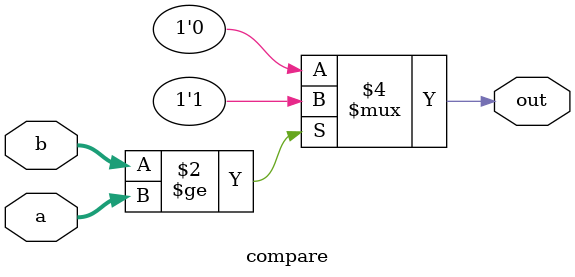
<source format=v>
module compare (a, b, out);

input [15:0] a,b;

output reg out;


always @ (*)
	begin
		if ( b >= a)
			out = 1;
		else
			out = 0;
	
	end 
	
endmodule

</source>
